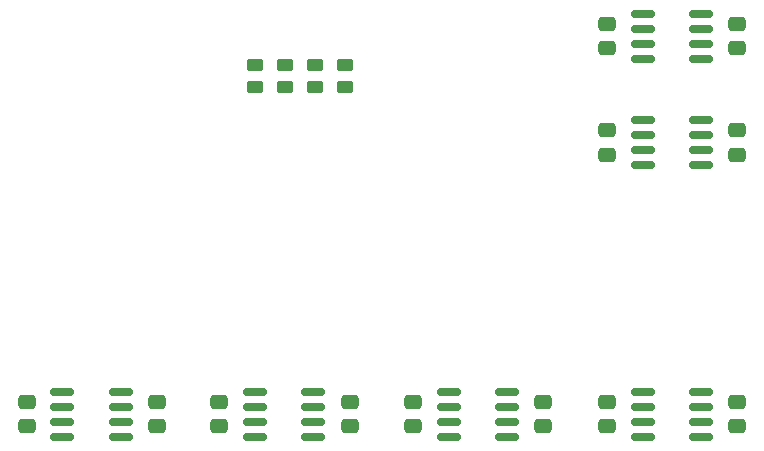
<source format=gtp>
G04 #@! TF.GenerationSoftware,KiCad,Pcbnew,8.0.6*
G04 #@! TF.CreationDate,2025-01-05T20:35:50-05:00*
G04 #@! TF.ProjectId,Beagle-AI-64-CAN-Part2,42656167-6c65-42d4-9149-2d36342d4341,rev?*
G04 #@! TF.SameCoordinates,Original*
G04 #@! TF.FileFunction,Paste,Top*
G04 #@! TF.FilePolarity,Positive*
%FSLAX46Y46*%
G04 Gerber Fmt 4.6, Leading zero omitted, Abs format (unit mm)*
G04 Created by KiCad (PCBNEW 8.0.6) date 2025-01-05 20:35:50*
%MOMM*%
%LPD*%
G01*
G04 APERTURE LIST*
G04 Aperture macros list*
%AMRoundRect*
0 Rectangle with rounded corners*
0 $1 Rounding radius*
0 $2 $3 $4 $5 $6 $7 $8 $9 X,Y pos of 4 corners*
0 Add a 4 corners polygon primitive as box body*
4,1,4,$2,$3,$4,$5,$6,$7,$8,$9,$2,$3,0*
0 Add four circle primitives for the rounded corners*
1,1,$1+$1,$2,$3*
1,1,$1+$1,$4,$5*
1,1,$1+$1,$6,$7*
1,1,$1+$1,$8,$9*
0 Add four rect primitives between the rounded corners*
20,1,$1+$1,$2,$3,$4,$5,0*
20,1,$1+$1,$4,$5,$6,$7,0*
20,1,$1+$1,$6,$7,$8,$9,0*
20,1,$1+$1,$8,$9,$2,$3,0*%
G04 Aperture macros list end*
%ADD10RoundRect,0.150000X-0.825000X-0.150000X0.825000X-0.150000X0.825000X0.150000X-0.825000X0.150000X0*%
%ADD11RoundRect,0.250000X0.475000X-0.337500X0.475000X0.337500X-0.475000X0.337500X-0.475000X-0.337500X0*%
%ADD12RoundRect,0.250000X-0.475000X0.337500X-0.475000X-0.337500X0.475000X-0.337500X0.475000X0.337500X0*%
%ADD13RoundRect,0.250000X0.450000X-0.262500X0.450000X0.262500X-0.450000X0.262500X-0.450000X-0.262500X0*%
G04 APERTURE END LIST*
D10*
X169375000Y-95095000D03*
X169375000Y-96365000D03*
X169375000Y-97635000D03*
X169375000Y-98905000D03*
X174325000Y-98905000D03*
X174325000Y-97635000D03*
X174325000Y-96365000D03*
X174325000Y-95095000D03*
D11*
X117200000Y-121037500D03*
X117200000Y-118962500D03*
D10*
X120225000Y-118095000D03*
X120225000Y-119365000D03*
X120225000Y-120635000D03*
X120225000Y-121905000D03*
X125175000Y-121905000D03*
X125175000Y-120635000D03*
X125175000Y-119365000D03*
X125175000Y-118095000D03*
D12*
X160950000Y-118962500D03*
X160950000Y-121037500D03*
X177350000Y-86962500D03*
X177350000Y-89037500D03*
X144550000Y-118962500D03*
X144550000Y-121037500D03*
D11*
X133500000Y-121037500D03*
X133500000Y-118962500D03*
X166300000Y-89037500D03*
X166300000Y-86962500D03*
D12*
X128250000Y-118962500D03*
X128250000Y-121037500D03*
D11*
X166300000Y-98037500D03*
X166300000Y-95962500D03*
D10*
X152925000Y-118095000D03*
X152925000Y-119365000D03*
X152925000Y-120635000D03*
X152925000Y-121905000D03*
X157875000Y-121905000D03*
X157875000Y-120635000D03*
X157875000Y-119365000D03*
X157875000Y-118095000D03*
D13*
X141610000Y-92262500D03*
X141610000Y-90437500D03*
X144150000Y-92262500D03*
X144150000Y-90437500D03*
D11*
X149900000Y-121037500D03*
X149900000Y-118962500D03*
D13*
X139070000Y-92262500D03*
X139070000Y-90437500D03*
D10*
X169375000Y-86095000D03*
X169375000Y-87365000D03*
X169375000Y-88635000D03*
X169375000Y-89905000D03*
X174325000Y-89905000D03*
X174325000Y-88635000D03*
X174325000Y-87365000D03*
X174325000Y-86095000D03*
X169375000Y-118095000D03*
X169375000Y-119365000D03*
X169375000Y-120635000D03*
X169375000Y-121905000D03*
X174325000Y-121905000D03*
X174325000Y-120635000D03*
X174325000Y-119365000D03*
X174325000Y-118095000D03*
D12*
X177350000Y-95962500D03*
X177350000Y-98037500D03*
D10*
X136525000Y-118095000D03*
X136525000Y-119365000D03*
X136525000Y-120635000D03*
X136525000Y-121905000D03*
X141475000Y-121905000D03*
X141475000Y-120635000D03*
X141475000Y-119365000D03*
X141475000Y-118095000D03*
D13*
X136530000Y-92262500D03*
X136530000Y-90437500D03*
D11*
X166300000Y-121037500D03*
X166300000Y-118962500D03*
D12*
X177350000Y-118962500D03*
X177350000Y-121037500D03*
M02*

</source>
